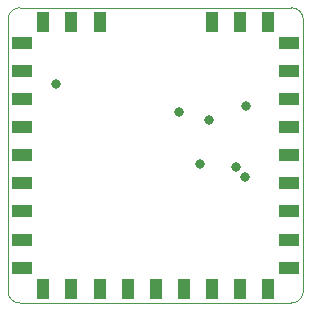
<source format=gbs>
%TF.GenerationSoftware,KiCad,Pcbnew,9.0.1*%
%TF.CreationDate,2025-12-15T20:55:04-06:00*%
%TF.ProjectId,ProtoCore_v1,50726f74-6f43-46f7-9265-5f76312e6b69,rev?*%
%TF.SameCoordinates,Original*%
%TF.FileFunction,Soldermask,Bot*%
%TF.FilePolarity,Negative*%
%FSLAX46Y46*%
G04 Gerber Fmt 4.6, Leading zero omitted, Abs format (unit mm)*
G04 Created by KiCad (PCBNEW 9.0.1) date 2025-12-15 20:55:04*
%MOMM*%
%LPD*%
G01*
G04 APERTURE LIST*
%ADD10R,1.750000X1.000000*%
%ADD11R,1.000000X1.750000*%
%ADD12C,0.800000*%
%TA.AperFunction,Profile*%
%ADD13C,0.100000*%
%TD*%
G04 APERTURE END LIST*
D10*
%TO.C,MOD1*%
X138675000Y-109500000D03*
X138675000Y-107125000D03*
X138675000Y-104750000D03*
X138675000Y-102375000D03*
X138675000Y-100000000D03*
X138675000Y-97625000D03*
X138675000Y-95250000D03*
X138675000Y-92875000D03*
X138675000Y-90500000D03*
D11*
X140500000Y-88675000D03*
X142875000Y-88675000D03*
X145250000Y-88675000D03*
X154750000Y-88675000D03*
X157125000Y-88675000D03*
X159500000Y-88675000D03*
D10*
X161325000Y-90500000D03*
X161325000Y-92875000D03*
X161325000Y-95250000D03*
X161325000Y-97625000D03*
X161325000Y-100000000D03*
X161325000Y-102375000D03*
X161325000Y-104750000D03*
X161325000Y-107125000D03*
X161325000Y-109500000D03*
D11*
X159500000Y-111325000D03*
X157125000Y-111325000D03*
X154750000Y-111325000D03*
X152375000Y-111325000D03*
X150000000Y-111325000D03*
X147625000Y-111325000D03*
X145250000Y-111325000D03*
X142875000Y-111325000D03*
X140500000Y-111325000D03*
%TD*%
D12*
%TO.C,TP13*%
X157575000Y-101825000D03*
%TD*%
%TO.C,TP7*%
X156800000Y-101025000D03*
%TD*%
%TO.C,TP12*%
X154550000Y-97025000D03*
%TD*%
%TO.C,TP21*%
X141600000Y-94000000D03*
%TD*%
%TO.C,TP22*%
X151975000Y-96300000D03*
%TD*%
%TO.C,TP2*%
X157650000Y-95800000D03*
%TD*%
%TO.C,TP3*%
X153725000Y-100750000D03*
%TD*%
D13*
X161500000Y-87500000D02*
X161500000Y-87500000D01*
G75*
G02*
X162500000Y-88500000I0J-1000000D01*
G01*
X162500000Y-111500000D01*
G75*
G02*
X161500000Y-112500000I-1000000J0D01*
G01*
X138500000Y-112500000D01*
G75*
G02*
X137500000Y-111500000I0J1000000D01*
G01*
X137500000Y-88500000D01*
G75*
G02*
X138500000Y-87500000I1000000J0D01*
G01*
X161500000Y-87500000D01*
M02*

</source>
